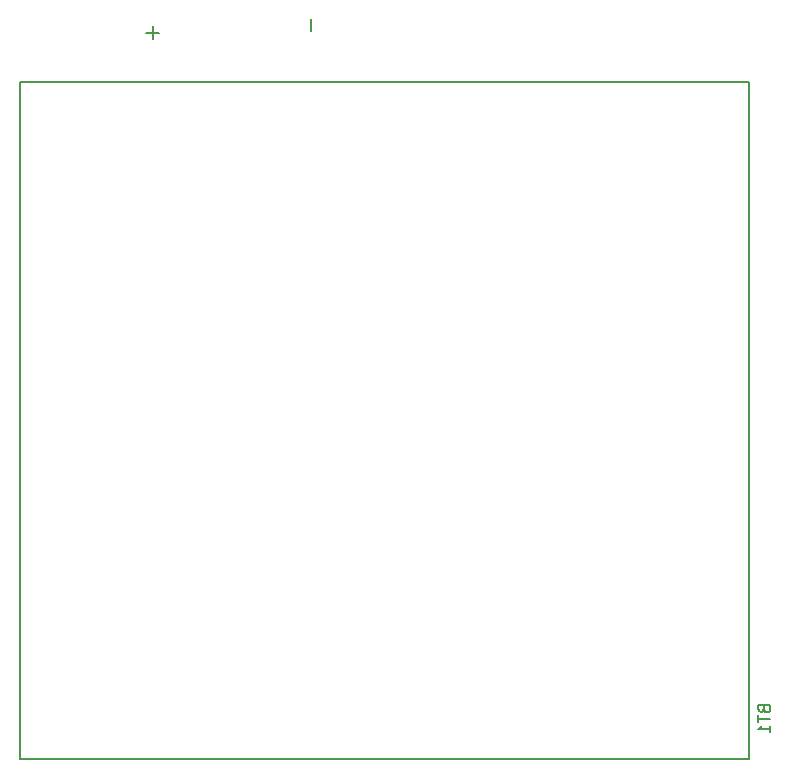
<source format=gbr>
%TF.GenerationSoftware,KiCad,Pcbnew,5.1.12-84ad8e8a86~92~ubuntu18.04.1*%
%TF.CreationDate,2021-12-07T10:10:18-05:00*%
%TF.ProjectId,Makers-Unified-Controller,4d616b65-7273-42d5-956e-69666965642d,rev?*%
%TF.SameCoordinates,Original*%
%TF.FileFunction,Legend,Bot*%
%TF.FilePolarity,Positive*%
%FSLAX46Y46*%
G04 Gerber Fmt 4.6, Leading zero omitted, Abs format (unit mm)*
G04 Created by KiCad (PCBNEW 5.1.12-84ad8e8a86~92~ubuntu18.04.1) date 2021-12-07 10:10:18*
%MOMM*%
%LPD*%
G01*
G04 APERTURE LIST*
%ADD10C,0.127000*%
%ADD11C,0.150000*%
G04 APERTURE END LIST*
D10*
%TO.C,BT1*%
X192190000Y-64060000D02*
X192190000Y-121360000D01*
X130390000Y-64060000D02*
X192190000Y-64060000D01*
X130390000Y-121360000D02*
X130390000Y-64060000D01*
X192190000Y-121360000D02*
X130390000Y-121360000D01*
D11*
X193418571Y-117174285D02*
X193466190Y-117317142D01*
X193513809Y-117364761D01*
X193609047Y-117412380D01*
X193751904Y-117412380D01*
X193847142Y-117364761D01*
X193894761Y-117317142D01*
X193942380Y-117221904D01*
X193942380Y-116840952D01*
X192942380Y-116840952D01*
X192942380Y-117174285D01*
X192990000Y-117269523D01*
X193037619Y-117317142D01*
X193132857Y-117364761D01*
X193228095Y-117364761D01*
X193323333Y-117317142D01*
X193370952Y-117269523D01*
X193418571Y-117174285D01*
X193418571Y-116840952D01*
X192942380Y-117698095D02*
X192942380Y-118269523D01*
X193942380Y-117983809D02*
X192942380Y-117983809D01*
X193942380Y-119126666D02*
X193942380Y-118555238D01*
X193942380Y-118840952D02*
X192942380Y-118840952D01*
X193085238Y-118745714D01*
X193180476Y-118650476D01*
X193228095Y-118555238D01*
X155075000Y-58716666D02*
X155075000Y-59783333D01*
X141670000Y-59351666D02*
X141670000Y-60418333D01*
X142203333Y-59885000D02*
X141136666Y-59885000D01*
%TD*%
M02*

</source>
